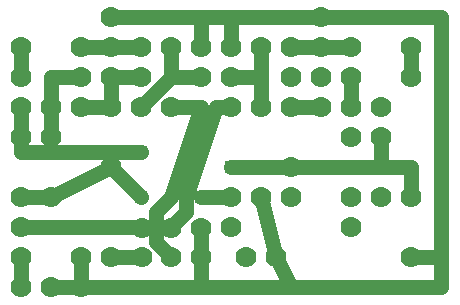
<source format=gbl>
G75*
%MOIN*%
%OFA0B0*%
%FSLAX25Y25*%
%IPPOS*%
%LPD*%
%AMOC8*
5,1,8,0,0,1.08239X$1,22.5*
%
%ADD10C,0.07000*%
%ADD11C,0.05000*%
%ADD12R,0.03962X0.03962*%
D10*
X0011608Y0030337D03*
X0021608Y0030337D03*
X0031608Y0030337D03*
X0031608Y0040337D03*
X0041608Y0040337D03*
X0051923Y0040337D03*
X0061608Y0040337D03*
X0071293Y0040337D03*
X0071293Y0050022D03*
X0061608Y0050022D03*
X0051923Y0050022D03*
X0041608Y0070337D03*
X0021608Y0060337D03*
X0011608Y0060337D03*
X0011608Y0050337D03*
X0011608Y0040337D03*
X0011608Y0080337D03*
X0021608Y0080337D03*
X0021608Y0090337D03*
X0011608Y0090337D03*
X0011608Y0100337D03*
X0011608Y0110337D03*
X0031608Y0110337D03*
X0041608Y0110337D03*
X0051608Y0110337D03*
X0061608Y0110337D03*
X0071608Y0110337D03*
X0081608Y0110337D03*
X0091608Y0110337D03*
X0101608Y0110337D03*
X0111608Y0110337D03*
X0121608Y0110337D03*
X0111608Y0120337D03*
X0111608Y0100337D03*
X0101608Y0100337D03*
X0101608Y0090337D03*
X0091608Y0090337D03*
X0081608Y0090337D03*
X0081608Y0100337D03*
X0071608Y0100337D03*
X0061608Y0090337D03*
X0051608Y0090337D03*
X0041608Y0090337D03*
X0031608Y0090337D03*
X0031608Y0100337D03*
X0041608Y0100337D03*
X0051608Y0100337D03*
X0041608Y0120337D03*
X0101608Y0070337D03*
X0101608Y0060337D03*
X0091608Y0060337D03*
X0081608Y0060337D03*
X0081608Y0050337D03*
X0086608Y0040337D03*
X0096608Y0040337D03*
X0121608Y0050337D03*
X0121608Y0060337D03*
X0131608Y0060337D03*
X0141608Y0060337D03*
X0141608Y0040337D03*
X0131608Y0080337D03*
X0121608Y0080337D03*
X0121608Y0090337D03*
X0111608Y0090337D03*
X0121608Y0100337D03*
X0131608Y0090337D03*
X0141608Y0100337D03*
X0141608Y0110337D03*
D11*
X0141608Y0100337D01*
X0121608Y0100337D02*
X0121608Y0090337D01*
X0111608Y0090337D02*
X0101608Y0090337D01*
X0091608Y0090337D02*
X0091608Y0095337D01*
X0091608Y0100337D01*
X0081608Y0100337D01*
X0091608Y0100337D01*
X0091608Y0110337D01*
X0081608Y0110337D02*
X0081608Y0120337D01*
X0041608Y0120337D01*
X0071608Y0120337D01*
X0071608Y0110337D01*
X0061608Y0110337D02*
X0061608Y0100337D01*
X0051608Y0090337D01*
X0041608Y0090337D02*
X0031608Y0090337D01*
X0021608Y0090337D02*
X0021608Y0100337D01*
X0031608Y0100337D01*
X0041608Y0100337D02*
X0041608Y0090337D01*
X0041608Y0100337D02*
X0051608Y0100337D01*
X0061608Y0100337D02*
X0071608Y0100337D01*
X0071608Y0090337D02*
X0061608Y0090337D01*
X0071608Y0090337D02*
X0061608Y0060337D01*
X0056608Y0055337D01*
X0056608Y0045337D01*
X0061608Y0040337D01*
X0051608Y0040337D02*
X0041608Y0040337D01*
X0031608Y0040337D02*
X0031608Y0030337D01*
X0021608Y0030337D02*
X0071608Y0030337D01*
X0101608Y0030337D01*
X0151608Y0030337D01*
X0151608Y0040337D01*
X0141608Y0040337D01*
X0151608Y0040337D02*
X0151608Y0120337D01*
X0111608Y0120337D01*
X0081608Y0120337D01*
X0101608Y0110337D02*
X0111608Y0110337D01*
X0101608Y0110337D02*
X0121608Y0110337D01*
X0131608Y0080337D02*
X0131608Y0070337D01*
X0141608Y0070337D01*
X0141608Y0060337D01*
X0131608Y0070337D02*
X0081608Y0070337D01*
X0081608Y0060337D02*
X0071608Y0060337D01*
X0066608Y0060337D02*
X0066608Y0055337D01*
X0061608Y0050337D01*
X0051608Y0050337D02*
X0051608Y0050337D01*
X0011608Y0050337D01*
X0011608Y0060337D02*
X0021608Y0060337D01*
X0041608Y0070337D01*
X0051608Y0060337D01*
X0066608Y0060337D02*
X0076608Y0090337D01*
X0081608Y0090337D01*
X0051608Y0075337D02*
X0011608Y0075337D01*
X0011608Y0080337D01*
X0011608Y0090337D01*
X0021608Y0090337D02*
X0021608Y0080337D01*
X0011608Y0100337D02*
X0011608Y0110337D01*
X0031608Y0110337D02*
X0041608Y0110337D01*
X0051608Y0110337D01*
X0091608Y0060337D02*
X0096608Y0040337D01*
X0101608Y0030337D01*
X0071608Y0030337D02*
X0071608Y0040337D01*
X0071608Y0050337D01*
X0011608Y0040337D02*
X0011608Y0030337D01*
D12*
X0051608Y0060337D03*
X0041608Y0070337D03*
X0051608Y0075337D03*
X0071608Y0060337D03*
X0081608Y0070337D03*
X0061608Y0100337D03*
X0081608Y0120337D03*
M02*

</source>
